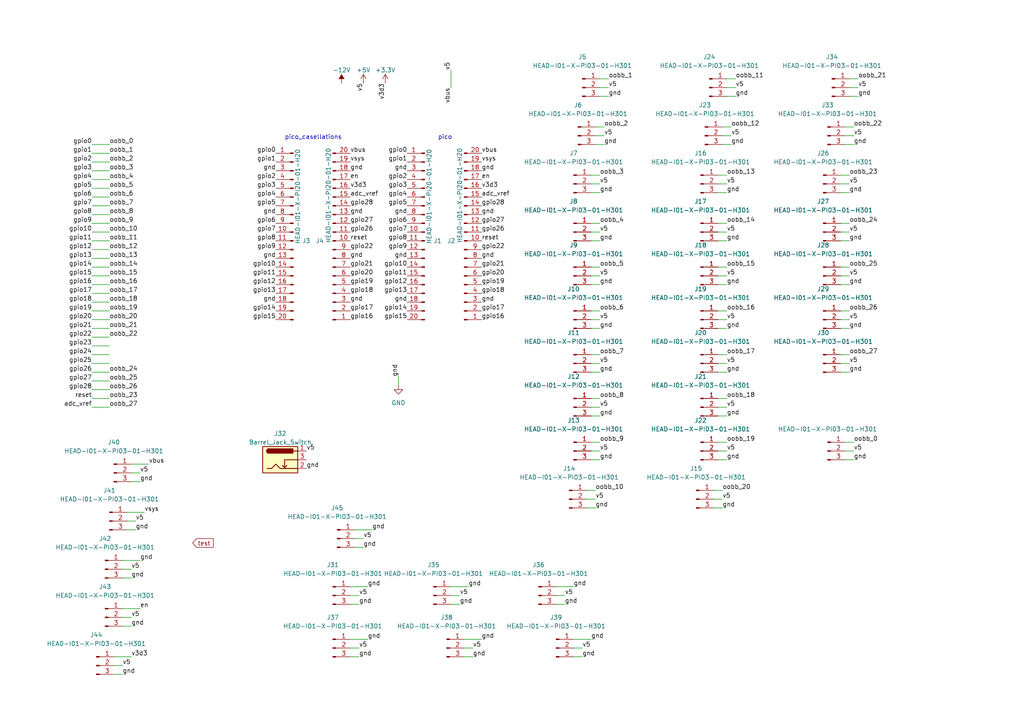
<source format=kicad_sch>
(kicad_sch (version 20230121) (generator eeschema)
  (paper "A4")
  (lib_symbols
    (symbol "Connector:Barrel_Jack_Switch" (pin_names hide)
      (property "Reference" "J" (at 0 5.334 0))
      (property "Value" "Barrel_Jack_Switch" (at 0 -5.08 0))
      (symbol "Barrel_Jack_Switch_0_1"
        (rectangle (start -5.08 3.81) (end 5.08 -3.81) (stroke (width 0.254)) (fill (type background)))
        (arc (start -3.302 3.175) (mid -3.9343 2.54) (end -3.302 1.905) (stroke (width 0.254)))
        (arc (start -3.302 3.175) (mid -3.9343 2.54) (end -3.302 1.905) (stroke (width 0.254)) (fill (type outline)))
        (polyline (pts (xy 1.27 -2.286) (xy 1.905 -1.651)) (stroke (width 0.254)))
        (polyline (pts (xy 5.08 2.54) (xy 3.81 2.54)) (stroke (width 0.254)))
        (polyline (pts (xy 5.08 0) (xy 1.27 0) (xy 1.27 -2.286) (xy 0.635 -1.651)) (stroke (width 0.254)))
        (polyline (pts (xy -3.81 -2.54) (xy -2.54 -2.54) (xy -1.27 -1.27) (xy 0 -2.54) (xy 2.54 -2.54) (xy 5.08 -2.54)) (stroke (width 0.254)))
        (rectangle (start 3.683 3.175) (end -3.302 1.905) (stroke (width 0.254)) (fill (type outline)))
      )
      (symbol "Barrel_Jack_Switch_1_1"
        (pin passive line (at 7.62 2.54 180) (length 2.54) (name "~") (number "1"))
        (pin passive line (at 7.62 -2.54 180) (length 2.54) (name "~") (number "2"))
        (pin passive line (at 7.62 0 180) (length 2.54) (name "~") (number "3"))
      )
    )
    (symbol "oomlout_OOMP_parts:HEAD-I01-X-PI03-01-H301" (pin_names (offset 1.016) hide)
      (property "Reference" "J" (at 0 5.08 0))
      (property "Value" "HEAD-I01-X-PI03-01-H301" (at 0 -5.08 0))
      (symbol "HEAD-I01-X-PI03-01-H301_1_1"
        (polyline (pts (xy 1.27 -2.54) (xy 0.8636 -2.54)) (stroke (width 0.1524)))
        (polyline (pts (xy 1.27 0) (xy 0.8636 0)) (stroke (width 0.1524)))
        (polyline (pts (xy 1.27 2.54) (xy 0.8636 2.54)) (stroke (width 0.1524)))
        (rectangle (start 0.8636 -2.413) (end 0 -2.667) (stroke (width 0.1524)) (fill (type outline)))
        (rectangle (start 0.8636 0.127) (end 0 -0.127) (stroke (width 0.1524)) (fill (type outline)))
        (rectangle (start 0.8636 2.667) (end 0 2.413) (stroke (width 0.1524)) (fill (type outline)))
        (pin passive line (at 5.08 2.54 180) (length 3.81) (name "Pin_1") (number "1"))
        (pin passive line (at 5.08 0 180) (length 3.81) (name "Pin_2") (number "2"))
        (pin passive line (at 5.08 -2.54 180) (length 3.81) (name "Pin_3") (number "3"))
      )
    )
    (symbol "oomlout_OOMP_parts:HEAD-I01-X-PI20-01-H20" (pin_names (offset 1.016) hide)
      (property "Reference" "J" (at 0 25.4 0))
      (property "Value" "HEAD-I01-X-PI20-01-H20" (at 0 -27.94 0))
      (symbol "HEAD-I01-X-PI20-01-H20_1_1"
        (polyline (pts (xy 1.27 -25.4) (xy 0.8636 -25.4)) (stroke (width 0.1524)))
        (polyline (pts (xy 1.27 -22.86) (xy 0.8636 -22.86)) (stroke (width 0.1524)))
        (polyline (pts (xy 1.27 -20.32) (xy 0.8636 -20.32)) (stroke (width 0.1524)))
        (polyline (pts (xy 1.27 -17.78) (xy 0.8636 -17.78)) (stroke (width 0.1524)))
        (polyline (pts (xy 1.27 -15.24) (xy 0.8636 -15.24)) (stroke (width 0.1524)))
        (polyline (pts (xy 1.27 -12.7) (xy 0.8636 -12.7)) (stroke (width 0.1524)))
        (polyline (pts (xy 1.27 -10.16) (xy 0.8636 -10.16)) (stroke (width 0.1524)))
        (polyline (pts (xy 1.27 -7.62) (xy 0.8636 -7.62)) (stroke (width 0.1524)))
        (polyline (pts (xy 1.27 -5.08) (xy 0.8636 -5.08)) (stroke (width 0.1524)))
        (polyline (pts (xy 1.27 -2.54) (xy 0.8636 -2.54)) (stroke (width 0.1524)))
        (polyline (pts (xy 1.27 0) (xy 0.8636 0)) (stroke (width 0.1524)))
        (polyline (pts (xy 1.27 2.54) (xy 0.8636 2.54)) (stroke (width 0.1524)))
        (polyline (pts (xy 1.27 5.08) (xy 0.8636 5.08)) (stroke (width 0.1524)))
        (polyline (pts (xy 1.27 7.62) (xy 0.8636 7.62)) (stroke (width 0.1524)))
        (polyline (pts (xy 1.27 10.16) (xy 0.8636 10.16)) (stroke (width 0.1524)))
        (polyline (pts (xy 1.27 12.7) (xy 0.8636 12.7)) (stroke (width 0.1524)))
        (polyline (pts (xy 1.27 15.24) (xy 0.8636 15.24)) (stroke (width 0.1524)))
        (polyline (pts (xy 1.27 17.78) (xy 0.8636 17.78)) (stroke (width 0.1524)))
        (polyline (pts (xy 1.27 20.32) (xy 0.8636 20.32)) (stroke (width 0.1524)))
        (polyline (pts (xy 1.27 22.86) (xy 0.8636 22.86)) (stroke (width 0.1524)))
        (rectangle (start 0.8636 -25.273) (end 0 -25.527) (stroke (width 0.1524)) (fill (type outline)))
        (rectangle (start 0.8636 -22.733) (end 0 -22.987) (stroke (width 0.1524)) (fill (type outline)))
        (rectangle (start 0.8636 -20.193) (end 0 -20.447) (stroke (width 0.1524)) (fill (type outline)))
        (rectangle (start 0.8636 -17.653) (end 0 -17.907) (stroke (width 0.1524)) (fill (type outline)))
        (rectangle (start 0.8636 -15.113) (end 0 -15.367) (stroke (width 0.1524)) (fill (type outline)))
        (rectangle (start 0.8636 -12.573) (end 0 -12.827) (stroke (width 0.1524)) (fill (type outline)))
        (rectangle (start 0.8636 -10.033) (end 0 -10.287) (stroke (width 0.1524)) (fill (type outline)))
        (rectangle (start 0.8636 -7.493) (end 0 -7.747) (stroke (width 0.1524)) (fill (type outline)))
        (rectangle (start 0.8636 -4.953) (end 0 -5.207) (stroke (width 0.1524)) (fill (type outline)))
        (rectangle (start 0.8636 -2.413) (end 0 -2.667) (stroke (width 0.1524)) (fill (type outline)))
        (rectangle (start 0.8636 0.127) (end 0 -0.127) (stroke (width 0.1524)) (fill (type outline)))
        (rectangle (start 0.8636 2.667) (end 0 2.413) (stroke (width 0.1524)) (fill (type outline)))
        (rectangle (start 0.8636 5.207) (end 0 4.953) (stroke (width 0.1524)) (fill (type outline)))
        (rectangle (start 0.8636 7.747) (end 0 7.493) (stroke (width 0.1524)) (fill (type outline)))
        (rectangle (start 0.8636 10.287) (end 0 10.033) (stroke (width 0.1524)) (fill (type outline)))
        (rectangle (start 0.8636 12.827) (end 0 12.573) (stroke (width 0.1524)) (fill (type outline)))
        (rectangle (start 0.8636 15.367) (end 0 15.113) (stroke (width 0.1524)) (fill (type outline)))
        (rectangle (start 0.8636 17.907) (end 0 17.653) (stroke (width 0.1524)) (fill (type outline)))
        (rectangle (start 0.8636 20.447) (end 0 20.193) (stroke (width 0.1524)) (fill (type outline)))
        (rectangle (start 0.8636 22.987) (end 0 22.733) (stroke (width 0.1524)) (fill (type outline)))
        (pin passive line (at 5.08 22.86 180) (length 3.81) (name "Pin_1") (number "1"))
        (pin passive line (at 5.08 0 180) (length 3.81) (name "Pin_10") (number "10"))
        (pin passive line (at 5.08 -2.54 180) (length 3.81) (name "Pin_11") (number "11"))
        (pin passive line (at 5.08 -5.08 180) (length 3.81) (name "Pin_12") (number "12"))
        (pin passive line (at 5.08 -7.62 180) (length 3.81) (name "Pin_13") (number "13"))
        (pin passive line (at 5.08 -10.16 180) (length 3.81) (name "Pin_14") (number "14"))
        (pin passive line (at 5.08 -12.7 180) (length 3.81) (name "Pin_15") (number "15"))
        (pin passive line (at 5.08 -15.24 180) (length 3.81) (name "Pin_16") (number "16"))
        (pin passive line (at 5.08 -17.78 180) (length 3.81) (name "Pin_17") (number "17"))
        (pin passive line (at 5.08 -20.32 180) (length 3.81) (name "Pin_18") (number "18"))
        (pin passive line (at 5.08 -22.86 180) (length 3.81) (name "Pin_19") (number "19"))
        (pin passive line (at 5.08 20.32 180) (length 3.81) (name "Pin_2") (number "2"))
        (pin passive line (at 5.08 -25.4 180) (length 3.81) (name "Pin_20") (number "20"))
        (pin passive line (at 5.08 17.78 180) (length 3.81) (name "Pin_3") (number "3"))
        (pin passive line (at 5.08 15.24 180) (length 3.81) (name "Pin_4") (number "4"))
        (pin passive line (at 5.08 12.7 180) (length 3.81) (name "Pin_5") (number "5"))
        (pin passive line (at 5.08 10.16 180) (length 3.81) (name "Pin_6") (number "6"))
        (pin passive line (at 5.08 7.62 180) (length 3.81) (name "Pin_7") (number "7"))
        (pin passive line (at 5.08 5.08 180) (length 3.81) (name "Pin_8") (number "8"))
        (pin passive line (at 5.08 2.54 180) (length 3.81) (name "Pin_9") (number "9"))
      )
    )
    (symbol "power:+3.3V" (power) (pin_names (offset 0))
      (property "Value" "+3.3V" (at 0 3.556 0))
      (symbol "+3.3V_0_1"
        (polyline (pts (xy -0.762 1.27) (xy 0 2.54)))
        (polyline (pts (xy 0 0) (xy 0 2.54)))
        (polyline (pts (xy 0 2.54) (xy 0.762 1.27)))
      )
      (symbol "+3.3V_1_1"
        (pin power_in line (at 0 0 90) (length 0) hide (name "+3.3V") (number "1"))
      )
    )
    (symbol "power:+5V" (power) (pin_names (offset 0))
      (property "Value" "+5V" (at 0 3.556 0))
      (symbol "+5V_0_1"
        (polyline (pts (xy -0.762 1.27) (xy 0 2.54)))
        (polyline (pts (xy 0 0) (xy 0 2.54)))
        (polyline (pts (xy 0 2.54) (xy 0.762 1.27)))
      )
      (symbol "+5V_1_1"
        (pin power_in line (at 0 0 90) (length 0) hide (name "+5V") (number "1"))
      )
    )
    (symbol "power:-12V" (power) (pin_names (offset 0))
      (property "Value" "-12V" (at 0 3.81 0))
      (symbol "-12V_0_0"
        (pin power_in line (at 0 0 90) (length 0) hide (name "-12V") (number "1"))
      )
      (symbol "-12V_0_1"
        (polyline (pts (xy 0 0) (xy 0 1.27) (xy 0.762 1.27) (xy 0 2.54) (xy -0.762 1.27) (xy 0 1.27)) (fill (type outline)))
      )
    )
    (symbol "power:GND" (power) (pin_names (offset 0))
      (property "Value" "GND" (at 0 -3.81 0))
      (symbol "GND_0_1"
        (polyline (pts (xy 0 0) (xy 0 -1.27) (xy 1.27 -1.27) (xy 0 -2.54) (xy -1.27 -1.27) (xy 0 -1.27)))
      )
      (symbol "GND_1_1"
        (pin power_in line (at 0 0 270) (length 0) hide (name "GND") (number "1"))
      )
    )
  )
  (wire (pts (xy 208.28 107.95) (xy 210.82 107.95)))
  (wire (pts (xy 208.28 130.81) (xy 210.82 130.81)))
  (wire (pts (xy 208.28 82.55) (xy 210.82 82.55)))
  (wire (pts (xy 26.67 102.87) (xy 31.75 102.87)))
  (wire (pts (xy 171.45 133.35) (xy 173.99 133.35)))
  (wire (pts (xy 36.83 153.67) (xy 39.37 153.67)))
  (wire (pts (xy 26.67 113.03) (xy 31.75 113.03)))
  (wire (pts (xy 243.84 102.87) (xy 246.38 102.87)))
  (wire (pts (xy 209.55 36.83) (xy 212.09 36.83)))
  (wire (pts (xy 130.81 175.26) (xy 133.35 175.26)))
  (wire (pts (xy 208.28 102.87) (xy 210.82 102.87)))
  (wire (pts (xy 26.67 46.99) (xy 31.75 46.99)))
  (wire (pts (xy 208.28 64.77) (xy 210.82 64.77)))
  (wire (pts (xy 35.56 167.64) (xy 38.1 167.64)))
  (wire (pts (xy 33.02 195.58) (xy 35.56 195.58)))
  (wire (pts (xy 38.1 137.16) (xy 40.64 137.16)))
  (wire (pts (xy 173.99 27.94) (xy 176.53 27.94)))
  (wire (pts (xy 101.6 187.96) (xy 104.14 187.96)))
  (wire (pts (xy 26.67 77.47) (xy 31.75 77.47)))
  (wire (pts (xy 33.02 190.5) (xy 38.1 190.5)))
  (wire (pts (xy 208.28 133.35) (xy 210.82 133.35)))
  (wire (pts (xy 209.55 41.91) (xy 212.09 41.91)))
  (wire (pts (xy 172.72 39.37) (xy 175.26 39.37)))
  (wire (pts (xy 208.28 95.25) (xy 210.82 95.25)))
  (wire (pts (xy 170.18 142.24) (xy 172.72 142.24)))
  (wire (pts (xy 208.28 115.57) (xy 210.82 115.57)))
  (wire (pts (xy 173.99 22.86) (xy 176.53 22.86)))
  (wire (pts (xy 26.67 49.53) (xy 31.75 49.53)))
  (wire (pts (xy 208.28 120.65) (xy 210.82 120.65)))
  (wire (pts (xy 36.83 148.59) (xy 41.91 148.59)))
  (wire (pts (xy 243.84 53.34) (xy 246.38 53.34)))
  (wire (pts (xy 134.62 187.96) (xy 137.16 187.96)))
  (wire (pts (xy 35.56 176.53) (xy 40.64 176.53)))
  (wire (pts (xy 208.28 69.85) (xy 210.82 69.85)))
  (wire (pts (xy 130.81 20.32) (xy 130.81 25.4)))
  (wire (pts (xy 101.6 170.18) (xy 106.68 170.18)))
  (wire (pts (xy 35.56 165.1) (xy 38.1 165.1)))
  (wire (pts (xy 171.45 105.41) (xy 173.99 105.41)))
  (wire (pts (xy 172.72 36.83) (xy 175.26 36.83)))
  (wire (pts (xy 243.84 80.01) (xy 246.38 80.01)))
  (wire (pts (xy 166.37 187.96) (xy 168.91 187.96)))
  (wire (pts (xy 208.28 92.71) (xy 210.82 92.71)))
  (wire (pts (xy 26.67 67.31) (xy 31.75 67.31)))
  (wire (pts (xy 245.11 41.91) (xy 247.65 41.91)))
  (wire (pts (xy 161.29 172.72) (xy 163.83 172.72)))
  (wire (pts (xy 208.28 67.31) (xy 210.82 67.31)))
  (wire (pts (xy 102.87 156.21) (xy 105.41 156.21)))
  (wire (pts (xy 171.45 115.57) (xy 173.99 115.57)))
  (wire (pts (xy 171.45 82.55) (xy 173.99 82.55)))
  (wire (pts (xy 171.45 50.8) (xy 173.99 50.8)))
  (wire (pts (xy 26.67 97.79) (xy 31.75 97.79)))
  (wire (pts (xy 36.83 151.13) (xy 39.37 151.13)))
  (wire (pts (xy 246.38 27.94) (xy 248.92 27.94)))
  (wire (pts (xy 208.28 118.11) (xy 210.82 118.11)))
  (wire (pts (xy 26.67 92.71) (xy 31.75 92.71)))
  (wire (pts (xy 243.84 64.77) (xy 246.38 64.77)))
  (wire (pts (xy 210.82 25.4) (xy 213.36 25.4)))
  (wire (pts (xy 26.67 59.69) (xy 31.75 59.69)))
  (wire (pts (xy 246.38 22.86) (xy 248.92 22.86)))
  (wire (pts (xy 26.67 74.93) (xy 31.75 74.93)))
  (wire (pts (xy 101.6 175.26) (xy 104.14 175.26)))
  (wire (pts (xy 171.45 92.71) (xy 173.99 92.71)))
  (wire (pts (xy 26.67 85.09) (xy 31.75 85.09)))
  (wire (pts (xy 26.67 41.91) (xy 31.75 41.91)))
  (wire (pts (xy 208.28 128.27) (xy 210.82 128.27)))
  (wire (pts (xy 208.28 55.88) (xy 210.82 55.88)))
  (wire (pts (xy 171.45 120.65) (xy 173.99 120.65)))
  (wire (pts (xy 243.84 67.31) (xy 246.38 67.31)))
  (wire (pts (xy 115.57 109.22) (xy 115.57 111.76)))
  (wire (pts (xy 26.67 57.15) (xy 31.75 57.15)))
  (wire (pts (xy 101.6 185.42) (xy 106.68 185.42)))
  (wire (pts (xy 208.28 90.17) (xy 210.82 90.17)))
  (wire (pts (xy 208.28 80.01) (xy 210.82 80.01)))
  (wire (pts (xy 26.67 118.11) (xy 31.75 118.11)))
  (wire (pts (xy 245.11 133.35) (xy 247.65 133.35)))
  (wire (pts (xy 207.01 144.78) (xy 209.55 144.78)))
  (wire (pts (xy 243.84 55.88) (xy 246.38 55.88)))
  (wire (pts (xy 243.84 107.95) (xy 246.38 107.95)))
  (wire (pts (xy 171.45 80.01) (xy 173.99 80.01)))
  (wire (pts (xy 26.67 100.33) (xy 31.75 100.33)))
  (wire (pts (xy 130.81 170.18) (xy 135.89 170.18)))
  (wire (pts (xy 26.67 82.55) (xy 31.75 82.55)))
  (wire (pts (xy 26.67 72.39) (xy 31.75 72.39)))
  (wire (pts (xy 171.45 69.85) (xy 173.99 69.85)))
  (wire (pts (xy 208.28 50.8) (xy 210.82 50.8)))
  (wire (pts (xy 208.28 105.41) (xy 210.82 105.41)))
  (wire (pts (xy 33.02 193.04) (xy 35.56 193.04)))
  (wire (pts (xy 35.56 162.56) (xy 40.64 162.56)))
  (wire (pts (xy 171.45 67.31) (xy 173.99 67.31)))
  (wire (pts (xy 26.67 87.63) (xy 31.75 87.63)))
  (wire (pts (xy 26.67 44.45) (xy 31.75 44.45)))
  (wire (pts (xy 134.62 185.42) (xy 139.7 185.42)))
  (wire (pts (xy 245.11 39.37) (xy 247.65 39.37)))
  (wire (pts (xy 243.84 77.47) (xy 246.38 77.47)))
  (wire (pts (xy 171.45 95.25) (xy 173.99 95.25)))
  (wire (pts (xy 243.84 92.71) (xy 246.38 92.71)))
  (wire (pts (xy 161.29 175.26) (xy 163.83 175.26)))
  (wire (pts (xy 207.01 142.24) (xy 209.55 142.24)))
  (wire (pts (xy 101.6 172.72) (xy 104.14 172.72)))
  (wire (pts (xy 245.11 130.81) (xy 247.65 130.81)))
  (wire (pts (xy 172.72 41.91) (xy 175.26 41.91)))
  (wire (pts (xy 243.84 50.8) (xy 246.38 50.8)))
  (wire (pts (xy 26.67 80.01) (xy 31.75 80.01)))
  (wire (pts (xy 35.56 179.07) (xy 38.1 179.07)))
  (wire (pts (xy 170.18 147.32) (xy 172.72 147.32)))
  (wire (pts (xy 208.28 77.47) (xy 210.82 77.47)))
  (wire (pts (xy 134.62 190.5) (xy 137.16 190.5)))
  (wire (pts (xy 166.37 190.5) (xy 168.91 190.5)))
  (wire (pts (xy 207.01 147.32) (xy 209.55 147.32)))
  (wire (pts (xy 210.82 27.94) (xy 213.36 27.94)))
  (wire (pts (xy 26.67 62.23) (xy 31.75 62.23)))
  (wire (pts (xy 102.87 158.75) (xy 105.41 158.75)))
  (wire (pts (xy 171.45 90.17) (xy 173.99 90.17)))
  (wire (pts (xy 210.82 22.86) (xy 213.36 22.86)))
  (wire (pts (xy 209.55 39.37) (xy 212.09 39.37)))
  (wire (pts (xy 26.67 54.61) (xy 31.75 54.61)))
  (wire (pts (xy 171.45 77.47) (xy 173.99 77.47)))
  (wire (pts (xy 208.28 53.34) (xy 210.82 53.34)))
  (wire (pts (xy 171.45 53.34) (xy 173.99 53.34)))
  (wire (pts (xy 26.67 95.25) (xy 31.75 95.25)))
  (wire (pts (xy 38.1 139.7) (xy 40.64 139.7)))
  (wire (pts (xy 173.99 25.4) (xy 176.53 25.4)))
  (wire (pts (xy 243.84 90.17) (xy 246.38 90.17)))
  (wire (pts (xy 26.67 52.07) (xy 31.75 52.07)))
  (wire (pts (xy 245.11 128.27) (xy 247.65 128.27)))
  (wire (pts (xy 130.81 172.72) (xy 133.35 172.72)))
  (wire (pts (xy 26.67 105.41) (xy 31.75 105.41)))
  (wire (pts (xy 26.67 64.77) (xy 31.75 64.77)))
  (wire (pts (xy 166.37 185.42) (xy 171.45 185.42)))
  (wire (pts (xy 161.29 170.18) (xy 166.37 170.18)))
  (wire (pts (xy 170.18 144.78) (xy 172.72 144.78)))
  (wire (pts (xy 243.84 82.55) (xy 246.38 82.55)))
  (wire (pts (xy 101.6 190.5) (xy 104.14 190.5)))
  (wire (pts (xy 26.67 69.85) (xy 31.75 69.85)))
  (wire (pts (xy 171.45 107.95) (xy 173.99 107.95)))
  (wire (pts (xy 171.45 128.27) (xy 173.99 128.27)))
  (wire (pts (xy 171.45 102.87) (xy 173.99 102.87)))
  (wire (pts (xy 171.45 130.81) (xy 173.99 130.81)))
  (wire (pts (xy 243.84 95.25) (xy 246.38 95.25)))
  (wire (pts (xy 26.67 90.17) (xy 31.75 90.17)))
  (wire (pts (xy 35.56 181.61) (xy 38.1 181.61)))
  (wire (pts (xy 243.84 105.41) (xy 246.38 105.41)))
  (wire (pts (xy 171.45 55.88) (xy 173.99 55.88)))
  (wire (pts (xy 102.87 153.67) (xy 107.95 153.67)))
  (wire (pts (xy 243.84 69.85) (xy 246.38 69.85)))
  (wire (pts (xy 26.67 110.49) (xy 31.75 110.49)))
  (wire (pts (xy 245.11 36.83) (xy 247.65 36.83)))
  (wire (pts (xy 246.38 25.4) (xy 248.92 25.4)))
  (wire (pts (xy 26.67 115.57) (xy 31.75 115.57)))
  (wire (pts (xy 171.45 64.77) (xy 173.99 64.77)))
  (wire (pts (xy 26.67 107.95) (xy 31.75 107.95)))
  (wire (pts (xy 38.1 134.62) (xy 43.18 134.62)))
  (wire (pts (xy 171.45 118.11) (xy 173.99 118.11)))
  (text "pico_casellations\n" (at 82.55 40.64 0) (effects (font (size 1.27 1.27)) (justify left bottom)))
  (text "pico" (at 127 40.64 0) (effects (font (size 1.27 1.27)) (justify left bottom)))
  (label "v5" (at 246.38 105.41 0))
  (label "vbus" (at 43.18 134.62 0))
  (label "oobb_26" (at 31.75 113.03 0))
  (label "oobb_9" (at 173.99 128.27 0))
  (label "gnd" (at 104.14 190.5 0))
  (label "oobb_1" (at 176.53 22.86 0))
  (label "gnd" (at 176.53 27.94 0))
  (label "v5" (at 246.38 80.01 0))
  (label "gnd" (at 247.65 133.35 0))
  (label "adc_vref" (at 101.6 57.15 0))
  (label "gnd" (at 173.99 95.25 0))
  (label "gpio2" (at 26.67 46.99 180))
  (label "gpio27" (at 101.6 64.77 0))
  (label "v5" (at 88.9 130.81 0))
  (label "gnd" (at 135.89 170.18 0))
  (label "gnd" (at 35.56 195.58 0))
  (label "gpio0" (at 26.67 41.91 180))
  (label "oobb_8" (at 173.99 115.57 0))
  (label "v5" (at 130.81 20.32 90))
  (label "gpio26" (at 139.7 67.31 0))
  (label "v3d3" (at 38.1 190.5 0))
  (label "gpio12" (at 80.01 82.55 180))
  (label "gpio10" (at 26.67 67.31 180))
  (label "oobb_4" (at 31.75 52.07 0))
  (label "oobb_13" (at 210.82 50.8 0))
  (label "gnd" (at 118.11 62.23 180))
  (label "gpio13" (at 118.11 85.09 180))
  (label "gpio9" (at 80.01 72.39 180))
  (label "vsys" (at 41.91 148.59 0))
  (label "gnd" (at 209.55 147.32 0))
  (label "gpio11" (at 118.11 80.01 180))
  (label "oobb_15" (at 31.75 80.01 0))
  (label "v5" (at 210.82 105.41 0))
  (label "gpio24" (at 26.67 102.87 180))
  (label "gnd" (at 80.01 74.93 180))
  (label "oobb_9" (at 31.75 64.77 0))
  (label "en" (at 139.7 52.07 0))
  (label "gpio8" (at 80.01 69.85 180))
  (label "gnd" (at 139.7 87.63 0))
  (label "reset" (at 139.7 69.85 0))
  (label "gpio14" (at 26.67 77.47 180))
  (label "oobb_6" (at 31.75 57.15 0))
  (label "oobb_19" (at 210.82 128.27 0))
  (label "gpio12" (at 26.67 72.39 180))
  (label "en" (at 40.64 176.53 0))
  (label "gpio28" (at 26.67 113.03 180))
  (label "v5" (at 104.14 187.96 0))
  (label "oobb_16" (at 31.75 82.55 0))
  (label "oobb_0" (at 31.75 41.91 0))
  (label "gpio3" (at 118.11 54.61 180))
  (label "v5" (at 35.56 193.04 0))
  (label "v5" (at 39.37 151.13 0))
  (label "v5" (at 105.41 24.13 270))
  (label "oobb_24" (at 246.38 64.77 0))
  (label "gnd" (at 210.82 95.25 0))
  (label "gnd" (at 118.11 87.63 180))
  (label "oobb_17" (at 31.75 85.09 0))
  (label "gpio5" (at 80.01 59.69 180))
  (label "v5" (at 248.92 25.4 0))
  (label "v5" (at 210.82 53.34 0))
  (label "oobb_14" (at 31.75 77.47 0))
  (label "gnd" (at 173.99 82.55 0))
  (label "gpio25" (at 26.67 105.41 180))
  (label "gpio17" (at 139.7 90.17 0))
  (label "v5" (at 173.99 105.41 0))
  (label "gnd" (at 38.1 167.64 0))
  (label "v5" (at 176.53 25.4 0))
  (label "gnd" (at 115.57 109.22 90))
  (label "oobb_0" (at 247.65 128.27 0))
  (label "gpio26" (at 101.6 67.31 0))
  (label "gnd" (at 172.72 147.32 0))
  (label "gnd" (at 210.82 133.35 0))
  (label "oobb_24" (at 31.75 107.95 0))
  (label "oobb_10" (at 31.75 67.31 0))
  (label "gpio4" (at 26.67 52.07 180))
  (label "gpio27" (at 139.7 64.77 0))
  (label "gnd" (at 139.7 185.42 0))
  (label "v5" (at 173.99 80.01 0))
  (label "v5" (at 175.26 39.37 0))
  (label "v3d3" (at 139.7 54.61 0))
  (label "v5" (at 247.65 39.37 0))
  (label "oobb_3" (at 31.75 49.53 0))
  (label "gnd" (at 210.82 107.95 0))
  (label "v5" (at 173.99 67.31 0))
  (label "oobb_2" (at 175.26 36.83 0))
  (label "gnd" (at 118.11 74.93 180))
  (label "oobb_12" (at 212.09 36.83 0))
  (label "gpio1" (at 26.67 44.45 180))
  (label "gnd" (at 246.38 107.95 0))
  (label "gpio9" (at 118.11 72.39 180))
  (label "gnd" (at 210.82 120.65 0))
  (label "gpio13" (at 26.67 74.93 180))
  (label "oobb_26" (at 246.38 90.17 0))
  (label "gnd" (at 173.99 120.65 0))
  (label "oobb_22" (at 31.75 97.79 0))
  (label "gnd" (at 104.14 175.26 0))
  (label "gpio7" (at 26.67 59.69 180))
  (label "gpio21" (at 26.67 95.25 180))
  (label "oobb_2" (at 31.75 46.99 0))
  (label "v5" (at 246.38 67.31 0))
  (label "gnd" (at 133.35 175.26 0))
  (label "gpio5" (at 118.11 59.69 180))
  (label "gpio10" (at 80.01 77.47 180))
  (label "gnd" (at 39.37 153.67 0))
  (label "oobb_20" (at 209.55 142.24 0))
  (label "adc_vref" (at 139.7 57.15 0))
  (label "vsys" (at 101.6 46.99 0))
  (label "gpio5" (at 26.67 54.61 180))
  (label "reset" (at 26.67 115.57 180))
  (label "v5" (at 210.82 67.31 0))
  (label "gpio28" (at 101.6 59.69 0))
  (label "oobb_8" (at 31.75 62.23 0))
  (label "gpio8" (at 118.11 69.85 180))
  (label "gnd" (at 80.01 62.23 180))
  (label "gnd" (at 210.82 69.85 0))
  (label "gpio16" (at 101.6 92.71 0))
  (label "gpio28" (at 139.7 59.69 0))
  (label "oobb_18" (at 210.82 115.57 0))
  (label "gpio9" (at 26.67 64.77 180))
  (label "v3d3" (at 101.6 54.61 0))
  (label "v5" (at 104.14 172.72 0))
  (label "v5" (at 212.09 39.37 0))
  (label "v5" (at 210.82 80.01 0))
  (label "gpio17" (at 101.6 90.17 0))
  (label "oobb_20" (at 31.75 92.71 0))
  (label "v5" (at 137.16 187.96 0))
  (label "gpio20" (at 101.6 80.01 0))
  (label "gpio11" (at 80.01 80.01 180))
  (label "gpio1" (at 80.01 46.99 180))
  (label "gnd" (at 210.82 82.55 0))
  (label "gpio26" (at 26.67 107.95 180))
  (label "gnd" (at 101.6 87.63 0))
  (label "gnd" (at 210.82 55.88 0))
  (label "gnd" (at 248.92 27.94 0))
  (label "gpio22" (at 26.67 97.79 180))
  (label "gnd" (at 246.38 82.55 0))
  (label "v5" (at 38.1 165.1 0))
  (label "v5" (at 173.99 118.11 0))
  (label "v5" (at 210.82 118.11 0))
  (label "gnd" (at 212.09 41.91 0))
  (label "gpio23" (at 26.67 100.33 180))
  (label "oobb_3" (at 173.99 50.8 0))
  (label "gpio15" (at 118.11 92.71 180))
  (label "gnd" (at 118.11 49.53 180))
  (label "gpio14" (at 80.01 90.17 180))
  (label "v5" (at 133.35 172.72 0))
  (label "oobb_18" (at 31.75 87.63 0))
  (label "v5" (at 210.82 130.81 0))
  (label "gnd" (at 246.38 55.88 0))
  (label "reset" (at 101.6 69.85 0))
  (label "gnd" (at 173.99 133.35 0))
  (label "gnd" (at 173.99 107.95 0))
  (label "gpio22" (at 101.6 72.39 0))
  (label "oobb_17" (at 210.82 102.87 0))
  (label "gpio0" (at 80.01 44.45 180))
  (label "vsys" (at 139.7 46.99 0))
  (label "oobb_23" (at 246.38 50.8 0))
  (label "gpio4" (at 118.11 57.15 180))
  (label "oobb_15" (at 210.82 77.47 0))
  (label "gnd" (at 246.38 69.85 0))
  (label "gnd" (at 163.83 175.26 0))
  (label "gnd" (at 173.99 69.85 0))
  (label "gpio16" (at 26.67 82.55 180))
  (label "gpio20" (at 139.7 80.01 0))
  (label "gnd" (at 40.64 162.56 0))
  (label "vbus" (at 139.7 44.45 0))
  (label "v5" (at 38.1 179.07 0))
  (label "v5" (at 210.82 92.71 0))
  (label "gpio3" (at 26.67 49.53 180))
  (label "oobb_12" (at 31.75 72.39 0))
  (label "oobb_7" (at 173.99 102.87 0))
  (label "gpio14" (at 118.11 90.17 180))
  (label "gpio2" (at 118.11 52.07 180))
  (label "oobb_11" (at 213.36 22.86 0))
  (label "oobb_5" (at 173.99 77.47 0))
  (label "vbus" (at 101.6 44.45 0))
  (label "v5" (at 105.41 156.21 0))
  (label "oobb_21" (at 31.75 95.25 0))
  (label "gnd" (at 88.9 135.89 0))
  (label "gpio0" (at 118.11 44.45 180))
  (label "gpio22" (at 139.7 72.39 0))
  (label "gnd" (at 107.95 153.67 0))
  (label "gnd" (at 247.65 41.91 0))
  (label "oobb_16" (at 210.82 90.17 0))
  (label "gnd" (at 106.68 170.18 0))
  (label "vbus" (at 130.81 25.4 270))
  (label "gpio8" (at 26.67 62.23 180))
  (label "gpio6" (at 80.01 64.77 180))
  (label "gpio3" (at 80.01 54.61 180))
  (label "en" (at 101.6 52.07 0))
  (label "adc_vref" (at 26.67 118.11 180))
  (label "gnd" (at 139.7 49.53 0))
  (label "gnd" (at 246.38 95.25 0))
  (label "gpio19" (at 26.67 90.17 180))
  (label "gnd" (at 101.6 74.93 0))
  (label "gpio18" (at 26.67 87.63 180))
  (label "v3d3" (at 111.76 24.13 270))
  (label "gnd" (at 137.16 190.5 0))
  (label "gpio18" (at 139.7 85.09 0))
  (label "gpio10" (at 118.11 77.47 180))
  (label "gpio21" (at 101.6 77.47 0))
  (label "v5" (at 247.65 130.81 0))
  (label "gpio6" (at 118.11 64.77 180))
  (label "oobb_21" (at 248.92 22.86 0))
  (label "gpio18" (at 101.6 85.09 0))
  (label "gpio19" (at 101.6 82.55 0))
  (label "oobb_22" (at 247.65 36.83 0))
  (label "oobb_10" (at 172.72 142.24 0))
  (label "gnd" (at 171.45 185.42 0))
  (label "oobb_19" (at 31.75 90.17 0))
  (label "gpio27" (at 26.67 110.49 180))
  (label "v5" (at 163.83 172.72 0))
  (label "v5" (at 209.55 144.78 0))
  (label "gnd" (at 38.1 181.61 0))
  (label "oobb_1" (at 31.75 44.45 0))
  (label "oobb_27" (at 31.75 118.11 0))
  (label "oobb_4" (at 173.99 64.77 0))
  (label "gnd" (at 105.41 158.75 0))
  (label "v5" (at 246.38 92.71 0))
  (label "gpio11" (at 26.67 69.85 180))
  (label "v5" (at 172.72 144.78 0))
  (label "gpio7" (at 80.01 67.31 180))
  (label "gpio2" (at 80.01 52.07 180))
  (label "v5" (at 213.36 25.4 0))
  (label "gpio7" (at 118.11 67.31 180))
  (label "oobb_13" (at 31.75 74.93 0))
  (label "gnd" (at 106.68 185.42 0))
  (label "oobb_23" (at 31.75 115.57 0))
  (label "oobb_11" (at 31.75 69.85 0))
  (label "gpio21" (at 139.7 77.47 0))
  (label "gnd" (at 168.91 190.5 0))
  (label "oobb_5" (at 31.75 54.61 0))
  (label "gpio1" (at 118.11 46.99 180))
  (label "gpio15" (at 80.01 92.71 180))
  (label "gnd" (at 213.36 27.94 0))
  (label "gnd" (at 175.26 41.91 0))
  (label "gnd" (at 166.37 170.18 0))
  (label "v5" (at 40.64 137.16 0))
  (label "oobb_14" (at 210.82 64.77 0))
  (label "gpio6" (at 26.67 57.15 180))
  (label "gnd" (at 80.01 49.53 180))
  (label "gnd" (at 80.01 87.63 180))
  (label "gnd" (at 40.64 139.7 0))
  (label "v5" (at 246.38 53.34 0))
  (label "v5" (at 173.99 130.81 0))
  (label "oobb_6" (at 173.99 90.17 0))
  (label "v5" (at 173.99 92.71 0))
  (label "v5" (at 173.99 53.34 0))
  (label "gpio13" (at 80.01 85.09 180))
  (label "gnd" (at 173.99 55.88 0))
  (label "gnd" (at 139.7 74.93 0))
  (label "gnd" (at 101.6 62.23 0))
  (label "gpio12" (at 118.11 82.55 180))
  (label "gpio19" (at 139.7 82.55 0))
  (label "oobb_25" (at 31.75 110.49 0))
  (label "gpio20" (at 26.67 92.71 180))
  (label "gnd" (at 101.6 49.53 0))
  (label "gnd" (at 139.7 62.23 0))
  (label "oobb_25" (at 246.38 77.47 0))
  (label "oobb_7" (at 31.75 59.69 0))
  (label "gpio15" (at 26.67 80.01 180))
  (label "gpio17" (at 26.67 85.09 180))
  (label "v5" (at 168.91 187.96 0))
  (label "gpio4" (at 80.01 57.15 180))
  (label "gpio16" (at 139.7 92.71 0))
  (label "oobb_27" (at 246.38 102.87 0))
  (global_label "test" (shape input) (at 55.88 157.48 0) (property "Intersheetrefs" "${INTERSHEET_REFS}" (effects hide)))
  (symbol (lib_id "oomlout_OOMP_parts:HEAD-I01-X-PI03-01-H301") (at 96.52 187.96 0) (unit 1)
    (property "Reference" "J37" (at 96.52 179.07 0))
    (property "Value" "HEAD-I01-X-PI03-01-H301" (at 96.52 181.61 0))
    (property "Footprint" "oomlout_OOMP_parts:HEAD-I01-X-PI03-01-H301" (effects hide))
    (property "Datasheet" "oom.lt/H301" (effects hide))
  )
  (symbol (lib_id "oomlout_OOMP_parts:HEAD-I01-X-PI20-01-H20") (at 85.09 67.31 0) (mirror y) (unit 1)
    (property "Reference" "J3" (at 87.63 69.85 0) (effects (justify right)))
    (property "Value" "HEAD-I01-X-PI20-01-H20" (at 86.36 43.18 90) (effects (justify right)))
    (property "Footprint" "oomlout_OOMP_parts:HEAD-I01-X-PI20-01-H20" (effects hide))
    (property "Datasheet" "oom.lt/H20" (effects hide))
  )
  (symbol (lib_id "oomlout_OOMP_parts:HEAD-I01-X-PI03-01-H301") (at 156.21 172.72 0) (unit 1)
    (property "Reference" "J36" (at 156.21 163.83 0))
    (property "Value" "HEAD-I01-X-PI03-01-H301" (at 156.21 166.37 0))
    (property "Footprint" "oomlout_OOMP_parts:HEAD-I01-X-PI03-01-H301" (effects hide))
    (property "Datasheet" "oom.lt/H301" (effects hide))
  )
  (symbol (lib_id "oomlout_OOMP_parts:HEAD-I01-X-PI03-01-H301") (at 241.3 25.4 0) (unit 1)
    (property "Reference" "J34" (at 241.3 16.51 0))
    (property "Value" "HEAD-I01-X-PI03-01-H301" (at 241.3 19.05 0))
    (property "Footprint" "oomlout_OOMP_parts:HEAD-I01-X-PI03-01-H301" (effects hide))
    (property "Datasheet" "oom.lt/H301" (effects hide))
  )
  (symbol (lib_id "oomlout_OOMP_parts:HEAD-I01-X-PI03-01-H301") (at 30.48 179.07 0) (unit 1)
    (property "Reference" "J43" (at 30.48 170.18 0))
    (property "Value" "HEAD-I01-X-PI03-01-H301" (at 30.48 172.72 0))
    (property "Footprint" "oomlout_OOMP_parts:HEAD-I01-X-PI03-01-H301" (effects hide))
    (property "Datasheet" "oom.lt/H301" (effects hide))
  )
  (symbol (lib_id "power:GND") (at 115.57 111.76 0) (unit 1)
    (property "Reference" "#PWR01" (effects hide))
    (property "Value" "GND" (at 115.57 116.84 0))
  )
  (symbol (lib_id "oomlout_OOMP_parts:HEAD-I01-X-PI03-01-H301") (at 166.37 53.34 0) (unit 1)
    (property "Reference" "J7" (at 166.37 44.45 0))
    (property "Value" "HEAD-I01-X-PI03-01-H301" (at 166.37 46.99 0))
    (property "Footprint" "oomlout_OOMP_parts:HEAD-I01-X-PI03-01-H301" (effects hide))
    (property "Datasheet" "oom.lt/H301" (effects hide))
  )
  (symbol (lib_id "oomlout_OOMP_parts:HEAD-I01-X-PI03-01-H301") (at 238.76 67.31 0) (unit 1)
    (property "Reference" "J27" (at 238.76 58.42 0))
    (property "Value" "HEAD-I01-X-PI03-01-H301" (at 238.76 60.96 0))
    (property "Footprint" "oomlout_OOMP_parts:HEAD-I01-X-PI03-01-H301" (effects hide))
    (property "Datasheet" "oom.lt/H301" (effects hide))
  )
  (symbol (lib_id "oomlout_OOMP_parts:HEAD-I01-X-PI20-01-H20") (at 134.62 69.85 0) (mirror x) (unit 1)
    (property "Reference" "J2" (at 132.08 69.85 0) (effects (justify right)))
    (property "Value" "HEAD-I01-X-PI20-01-H20" (at 133.35 70.485 90) (effects (justify right)))
    (property "Footprint" "oomlout_OOMP_parts:HEAD-I01-X-PI20-01-H20" (effects hide))
    (property "Datasheet" "oom.lt/H20" (effects hide))
  )
  (symbol (lib_id "oomlout_OOMP_parts:HEAD-I01-X-PI03-01-H301") (at 205.74 25.4 0) (unit 1)
    (property "Reference" "J24" (at 205.74 16.51 0))
    (property "Value" "HEAD-I01-X-PI03-01-H301" (at 205.74 19.05 0))
    (property "Footprint" "oomlout_OOMP_parts:HEAD-I01-X-PI03-01-H301" (effects hide))
    (property "Datasheet" "oom.lt/H301" (effects hide))
  )
  (symbol (lib_id "oomlout_OOMP_parts:HEAD-I01-X-PI03-01-H301") (at 161.29 187.96 0) (unit 1)
    (property "Reference" "J39" (at 161.29 179.07 0))
    (property "Value" "HEAD-I01-X-PI03-01-H301" (at 161.29 181.61 0))
    (property "Footprint" "oomlout_OOMP_parts:HEAD-I01-X-PI03-01-H301" (effects hide))
    (property "Datasheet" "oom.lt/H301" (effects hide))
  )
  (symbol (lib_id "oomlout_OOMP_parts:HEAD-I01-X-PI03-01-H301") (at 201.93 144.78 0) (unit 1)
    (property "Reference" "J15" (at 201.93 135.89 0))
    (property "Value" "HEAD-I01-X-PI03-01-H301" (at 201.93 138.43 0))
    (property "Footprint" "oomlout_OOMP_parts:HEAD-I01-X-PI03-01-H301" (effects hide))
    (property "Datasheet" "oom.lt/H301" (effects hide))
  )
  (symbol (lib_id "oomlout_OOMP_parts:HEAD-I01-X-PI03-01-H301") (at 203.2 92.71 0) (unit 1)
    (property "Reference" "J19" (at 203.2 83.82 0))
    (property "Value" "HEAD-I01-X-PI03-01-H301" (at 203.2 86.36 0))
    (property "Footprint" "oomlout_OOMP_parts:HEAD-I01-X-PI03-01-H301" (effects hide))
    (property "Datasheet" "oom.lt/H301" (effects hide))
  )
  (symbol (lib_id "oomlout_OOMP_parts:HEAD-I01-X-PI03-01-H301") (at 168.91 25.4 0) (unit 1)
    (property "Reference" "J5" (at 168.91 16.51 0))
    (property "Value" "HEAD-I01-X-PI03-01-H301" (at 168.91 19.05 0))
    (property "Footprint" "oomlout_OOMP_parts:HEAD-I01-X-PI03-01-H301" (effects hide))
    (property "Datasheet" "oom.lt/H301" (effects hide))
  )
  (symbol (lib_id "oomlout_OOMP_parts:HEAD-I01-X-PI03-01-H301") (at 203.2 118.11 0) (unit 1)
    (property "Reference" "J21" (at 203.2 109.22 0))
    (property "Value" "HEAD-I01-X-PI03-01-H301" (at 203.2 111.76 0))
    (property "Footprint" "oomlout_OOMP_parts:HEAD-I01-X-PI03-01-H301" (effects hide))
    (property "Datasheet" "oom.lt/H301" (effects hide))
  )
  (symbol (lib_id "oomlout_OOMP_parts:HEAD-I01-X-PI03-01-H301") (at 203.2 67.31 0) (unit 1)
    (property "Reference" "J17" (at 203.2 58.42 0))
    (property "Value" "HEAD-I01-X-PI03-01-H301" (at 203.2 60.96 0))
    (property "Footprint" "oomlout_OOMP_parts:HEAD-I01-X-PI03-01-H301" (effects hide))
    (property "Datasheet" "oom.lt/H301" (effects hide))
  )
  (symbol (lib_id "oomlout_OOMP_parts:HEAD-I01-X-PI03-01-H301") (at 165.1 144.78 0) (unit 1)
    (property "Reference" "J14" (at 165.1 135.89 0))
    (property "Value" "HEAD-I01-X-PI03-01-H301" (at 165.1 138.43 0))
    (property "Footprint" "oomlout_OOMP_parts:HEAD-I01-X-PI03-01-H301" (effects hide))
    (property "Datasheet" "oom.lt/H301" (effects hide))
  )
  (symbol (lib_id "oomlout_OOMP_parts:HEAD-I01-X-PI03-01-H301") (at 240.03 130.81 0) (unit 1)
    (property "Reference" "J25" (effects hide))
    (property "Value" "HEAD-I01-X-PI03-01-H301" (at 240.03 124.46 0))
    (property "Footprint" "oomlout_OOMP_parts:HEAD-I01-X-PI03-01-H301" (effects hide))
    (property "Datasheet" "oom.lt/H301" (effects hide))
  )
  (symbol (lib_id "oomlout_OOMP_parts:HEAD-I01-X-PI03-01-H301") (at 31.75 151.13 0) (unit 1)
    (property "Reference" "J41" (at 31.75 142.24 0))
    (property "Value" "HEAD-I01-X-PI03-01-H301" (at 31.75 144.78 0))
    (property "Footprint" "oomlout_OOMP_parts:HEAD-I01-X-PI03-01-H301" (effects hide))
    (property "Datasheet" "oom.lt/H301" (effects hide))
  )
  (symbol (lib_id "oomlout_OOMP_parts:HEAD-I01-X-PI03-01-H301") (at 238.76 80.01 0) (unit 1)
    (property "Reference" "J28" (at 238.76 71.12 0))
    (property "Value" "HEAD-I01-X-PI03-01-H301" (at 238.76 73.66 0))
    (property "Footprint" "oomlout_OOMP_parts:HEAD-I01-X-PI03-01-H301" (effects hide))
    (property "Datasheet" "oom.lt/H301" (effects hide))
  )
  (symbol (lib_id "oomlout_OOMP_parts:HEAD-I01-X-PI03-01-H301") (at 166.37 130.81 0) (unit 1)
    (property "Reference" "J13" (at 166.37 121.92 0))
    (property "Value" "HEAD-I01-X-PI03-01-H301" (at 166.37 124.46 0))
    (property "Footprint" "oomlout_OOMP_parts:HEAD-I01-X-PI03-01-H301" (effects hide))
    (property "Datasheet" "oom.lt/H301" (effects hide))
  )
  (symbol (lib_id "oomlout_OOMP_parts:HEAD-I01-X-PI03-01-H301") (at 166.37 92.71 0) (unit 1)
    (property "Reference" "J10" (at 166.37 83.82 0))
    (property "Value" "HEAD-I01-X-PI03-01-H301" (at 166.37 86.36 0))
    (property "Footprint" "oomlout_OOMP_parts:HEAD-I01-X-PI03-01-H301" (effects hide))
    (property "Datasheet" "oom.lt/H301" (effects hide))
  )
  (symbol (lib_id "oomlout_OOMP_parts:HEAD-I01-X-PI20-01-H20") (at 96.52 69.85 0) (mirror x) (unit 1)
    (property "Reference" "J4" (at 93.98 69.85 0) (effects (justify right)))
    (property "Value" "HEAD-I01-X-PI20-01-H20" (at 95.25 70.485 90) (effects (justify right)))
    (property "Footprint" "oomlout_OOMP_parts:HEAD-I01-X-PI20-01-H20" (effects hide))
    (property "Datasheet" "oom.lt/H20" (effects hide))
  )
  (symbol (lib_id "oomlout_OOMP_parts:HEAD-I01-X-PI20-01-H20") (at 123.19 67.31 0) (mirror y) (unit 1)
    (property "Reference" "J1" (at 125.73 69.85 0) (effects (justify right)))
    (property "Value" "HEAD-I01-X-PI20-01-H20" (at 124.46 43.18 90) (effects (justify right)))
    (property "Footprint" "oomlout_OOMP_parts:HEAD-I01-X-PI20-01-H20" (effects hide))
    (property "Datasheet" "oom.lt/H20" (effects hide))
  )
  (symbol (lib_id "oomlout_OOMP_parts:HEAD-I01-X-PI03-01-H301") (at 125.73 172.72 0) (unit 1)
    (property "Reference" "J35" (at 125.73 163.83 0))
    (property "Value" "HEAD-I01-X-PI03-01-H301" (at 125.73 166.37 0))
    (property "Footprint" "oomlout_OOMP_parts:HEAD-I01-X-PI03-01-H301" (effects hide))
    (property "Datasheet" "oom.lt/H301" (effects hide))
  )
  (symbol (lib_id "oomlout_OOMP_parts:HEAD-I01-X-PI03-01-H301") (at 204.47 39.37 0) (unit 1)
    (property "Reference" "J23" (at 204.47 30.48 0))
    (property "Value" "HEAD-I01-X-PI03-01-H301" (at 204.47 33.02 0))
    (property "Footprint" "oomlout_OOMP_parts:HEAD-I01-X-PI03-01-H301" (effects hide))
    (property "Datasheet" "oom.lt/H301" (effects hide))
  )
  (symbol (lib_id "Connector:Barrel_Jack_Switch") (at 81.28 133.35 0) (unit 1)
    (property "Reference" "J32" (at 81.28 125.73 0))
    (property "Value" "Barrel_Jack_Switch" (at 81.28 128.27 0))
    (property "Footprint" "Connector_BarrelJack:BarrelJack_Horizontal" (effects hide))
  )
  (symbol (lib_id "oomlout_OOMP_parts:HEAD-I01-X-PI03-01-H301") (at 33.02 137.16 0) (unit 1)
    (property "Reference" "J40" (at 33.02 128.27 0))
    (property "Value" "HEAD-I01-X-PI03-01-H301" (at 33.02 130.81 0))
    (property "Footprint" "oomlout_OOMP_parts:HEAD-I01-X-PI03-01-H301" (effects hide))
    (property "Datasheet" "oom.lt/H301" (effects hide))
  )
  (symbol (lib_id "oomlout_OOMP_parts:HEAD-I01-X-PI03-01-H301") (at 203.2 80.01 0) (unit 1)
    (property "Reference" "J18" (at 203.2 71.12 0))
    (property "Value" "HEAD-I01-X-PI03-01-H301" (at 203.2 73.66 0))
    (property "Footprint" "oomlout_OOMP_parts:HEAD-I01-X-PI03-01-H301" (effects hide))
    (property "Datasheet" "oom.lt/H301" (effects hide))
  )
  (symbol (lib_id "oomlout_OOMP_parts:HEAD-I01-X-PI03-01-H301") (at 166.37 80.01 0) (unit 1)
    (property "Reference" "J9" (at 166.37 71.12 0))
    (property "Value" "HEAD-I01-X-PI03-01-H301" (at 166.37 73.66 0))
    (property "Footprint" "oomlout_OOMP_parts:HEAD-I01-X-PI03-01-H301" (effects hide))
    (property "Datasheet" "oom.lt/H301" (effects hide))
  )
  (symbol (lib_id "oomlout_OOMP_parts:HEAD-I01-X-PI03-01-H301") (at 238.76 105.41 0) (unit 1)
    (property "Reference" "J30" (at 238.76 96.52 0))
    (property "Value" "HEAD-I01-X-PI03-01-H301" (at 238.76 99.06 0))
    (property "Footprint" "oomlout_OOMP_parts:HEAD-I01-X-PI03-01-H301" (effects hide))
    (property "Datasheet" "oom.lt/H301" (effects hide))
  )
  (symbol (lib_id "power:-12V") (at 99.06 24.13 0) (unit 1)
    (property "Reference" "#PWR04" (effects hide))
    (property "Value" "-12V" (at 99.06 20.32 0))
  )
  (symbol (lib_id "oomlout_OOMP_parts:HEAD-I01-X-PI03-01-H301") (at 166.37 67.31 0) (unit 1)
    (property "Reference" "J8" (at 166.37 58.42 0))
    (property "Value" "HEAD-I01-X-PI03-01-H301" (at 166.37 60.96 0))
    (property "Footprint" "oomlout_OOMP_parts:HEAD-I01-X-PI03-01-H301" (effects hide))
    (property "Datasheet" "oom.lt/H301" (effects hide))
  )
  (symbol (lib_id "oomlout_OOMP_parts:HEAD-I01-X-PI03-01-H301") (at 96.52 172.72 0) (unit 1)
    (property "Reference" "J31" (at 96.52 163.83 0))
    (property "Value" "HEAD-I01-X-PI03-01-H301" (at 96.52 166.37 0))
    (property "Footprint" "oomlout_OOMP_parts:HEAD-I01-X-PI03-01-H301" (effects hide))
    (property "Datasheet" "oom.lt/H301" (effects hide))
  )
  (symbol (lib_id "oomlout_OOMP_parts:HEAD-I01-X-PI03-01-H301") (at 166.37 118.11 0) (unit 1)
    (property "Reference" "J12" (at 166.37 109.22 0))
    (property "Value" "HEAD-I01-X-PI03-01-H301" (at 166.37 111.76 0))
    (property "Footprint" "oomlout_OOMP_parts:HEAD-I01-X-PI03-01-H301" (effects hide))
    (property "Datasheet" "oom.lt/H301" (effects hide))
  )
  (symbol (lib_id "oomlout_OOMP_parts:HEAD-I01-X-PI03-01-H301") (at 203.2 130.81 0) (unit 1)
    (property "Reference" "J22" (at 203.2 121.92 0))
    (property "Value" "HEAD-I01-X-PI03-01-H301" (at 203.2 124.46 0))
    (property "Footprint" "oomlout_OOMP_parts:HEAD-I01-X-PI03-01-H301" (effects hide))
    (property "Datasheet" "oom.lt/H301" (effects hide))
  )
  (symbol (lib_id "oomlout_OOMP_parts:HEAD-I01-X-PI03-01-H301") (at 238.76 53.34 0) (unit 1)
    (property "Reference" "J26" (at 238.76 44.45 0))
    (property "Value" "HEAD-I01-X-PI03-01-H301" (at 238.76 46.99 0))
    (property "Footprint" "oomlout_OOMP_parts:HEAD-I01-X-PI03-01-H301" (effects hide))
    (property "Datasheet" "oom.lt/H301" (effects hide))
  )
  (symbol (lib_id "oomlout_OOMP_parts:HEAD-I01-X-PI03-01-H301") (at 30.48 165.1 0) (unit 1)
    (property "Reference" "J42" (at 30.48 156.21 0))
    (property "Value" "HEAD-I01-X-PI03-01-H301" (at 30.48 158.75 0))
    (property "Footprint" "oomlout_OOMP_parts:HEAD-I01-X-PI03-01-H301" (effects hide))
    (property "Datasheet" "oom.lt/H301" (effects hide))
  )
  (symbol (lib_id "oomlout_OOMP_parts:HEAD-I01-X-PI03-01-H301") (at 240.03 39.37 0) (unit 1)
    (property "Reference" "J33" (at 240.03 30.48 0))
    (property "Value" "HEAD-I01-X-PI03-01-H301" (at 240.03 33.02 0))
    (property "Footprint" "oomlout_OOMP_parts:HEAD-I01-X-PI03-01-H301" (effects hide))
    (property "Datasheet" "oom.lt/H301" (effects hide))
  )
  (symbol (lib_id "oomlout_OOMP_parts:HEAD-I01-X-PI03-01-H301") (at 166.37 105.41 0) (unit 1)
    (property "Reference" "J11" (at 166.37 96.52 0))
    (property "Value" "HEAD-I01-X-PI03-01-H301" (at 166.37 99.06 0))
    (property "Footprint" "oomlout_OOMP_parts:HEAD-I01-X-PI03-01-H301" (effects hide))
    (property "Datasheet" "oom.lt/H301" (effects hide))
  )
  (symbol (lib_id "oomlout_OOMP_parts:HEAD-I01-X-PI03-01-H301") (at 27.94 193.04 0) (unit 1)
    (property "Reference" "J44" (at 27.94 184.15 0))
    (property "Value" "HEAD-I01-X-PI03-01-H301" (at 27.94 186.69 0))
    (property "Footprint" "oomlout_OOMP_parts:HEAD-I01-X-PI03-01-H301" (effects hide))
    (property "Datasheet" "oom.lt/H301" (effects hide))
  )
  (symbol (lib_id "oomlout_OOMP_parts:HEAD-I01-X-PI03-01-H301") (at 167.64 39.37 0) (unit 1)
    (property "Reference" "J6" (at 167.64 30.48 0))
    (property "Value" "HEAD-I01-X-PI03-01-H301" (at 167.64 33.02 0))
    (property "Footprint" "oomlout_OOMP_parts:HEAD-I01-X-PI03-01-H301" (effects hide))
    (property "Datasheet" "oom.lt/H301" (effects hide))
  )
  (symbol (lib_id "oomlout_OOMP_parts:HEAD-I01-X-PI03-01-H301") (at 203.2 105.41 0) (unit 1)
    (property "Reference" "J20" (at 203.2 96.52 0))
    (property "Value" "HEAD-I01-X-PI03-01-H301" (at 203.2 99.06 0))
    (property "Footprint" "oomlout_OOMP_parts:HEAD-I01-X-PI03-01-H301" (effects hide))
    (property "Datasheet" "oom.lt/H301" (effects hide))
  )
  (symbol (lib_id "oomlout_OOMP_parts:HEAD-I01-X-PI03-01-H301") (at 238.76 92.71 0) (unit 1)
    (property "Reference" "J29" (at 238.76 83.82 0))
    (property "Value" "HEAD-I01-X-PI03-01-H301" (at 238.76 86.36 0))
    (property "Footprint" "oomlout_OOMP_parts:HEAD-I01-X-PI03-01-H301" (effects hide))
    (property "Datasheet" "oom.lt/H301" (effects hide))
  )
  (symbol (lib_id "oomlout_OOMP_parts:HEAD-I01-X-PI03-01-H301") (at 97.79 156.21 0) (unit 1)
    (property "Reference" "J45" (at 97.79 147.32 0))
    (property "Value" "HEAD-I01-X-PI03-01-H301" (at 97.79 149.86 0))
    (property "Footprint" "oomlout_OOMP_parts:HEAD-I01-X-PI03-01-H301" (effects hide))
    (property "Datasheet" "oom.lt/H301" (effects hide))
  )
  (symbol (lib_id "oomlout_OOMP_parts:HEAD-I01-X-PI03-01-H301") (at 129.54 187.96 0) (unit 1)
    (property "Reference" "J38" (at 129.54 179.07 0))
    (property "Value" "HEAD-I01-X-PI03-01-H301" (at 129.54 181.61 0))
    (property "Footprint" "oomlout_OOMP_parts:HEAD-I01-X-PI03-01-H301" (effects hide))
    (property "Datasheet" "oom.lt/H301" (effects hide))
  )
  (symbol (lib_id "power:+3.3V") (at 111.76 24.13 0) (unit 1)
    (property "Reference" "#PWR02" (effects hide))
    (property "Value" "+3.3V" (at 111.76 20.32 0))
  )
  (symbol (lib_id "power:+5V") (at 105.41 24.13 0) (unit 1)
    (property "Reference" "#PWR03" (effects hide))
    (property "Value" "+5V" (at 105.41 20.32 0))
  )
  (symbol (lib_id "oomlout_OOMP_parts:HEAD-I01-X-PI03-01-H301") (at 203.2 53.34 0) (unit 1)
    (property "Reference" "J16" (at 203.2 44.45 0))
    (property "Value" "HEAD-I01-X-PI03-01-H301" (at 203.2 46.99 0))
    (property "Footprint" "oomlout_OOMP_parts:HEAD-I01-X-PI03-01-H301" (effects hide))
    (property "Datasheet" "oom.lt/H301" (effects hide))
  )
)
</source>
